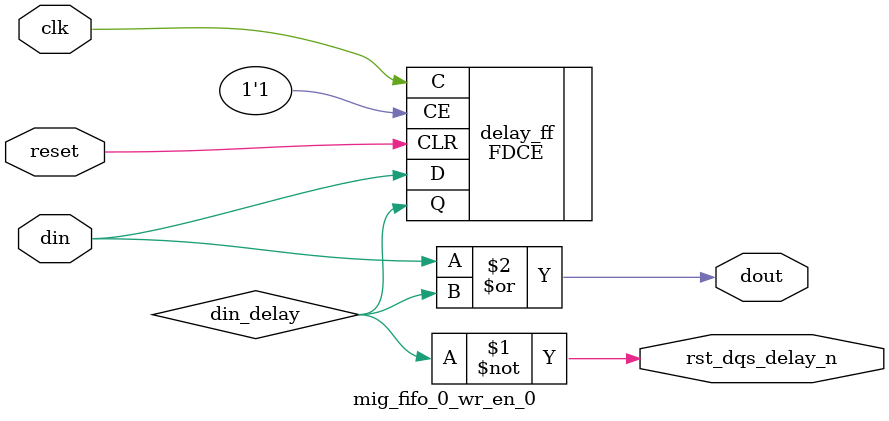
<source format=v>

`timescale 1ns/100ps
module mig_fifo_0_wr_en_0
  (
   input wire  clk,
   input wire  reset,
   input wire  din,
   output wire rst_dqs_delay_n,
   output wire dout
   );

   wire din_delay;

   localparam TIE_HIGH = 1'b1;

   assign rst_dqs_delay_n = ~din_delay;
   assign dout            = (din | (din_delay));
   
   FDCE delay_ff
     (
      .Q  (din_delay),
      .C  (clk),
      .CE (TIE_HIGH),
      .CLR(reset),
      .D  (din)
      );

endmodule

</source>
